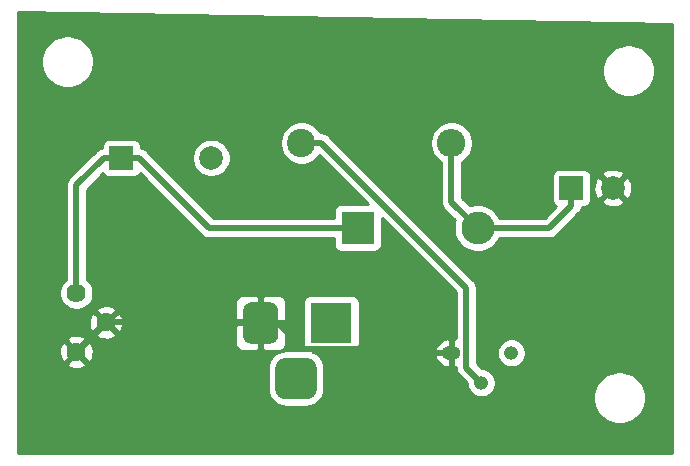
<source format=gbr>
G04 #@! TF.GenerationSoftware,KiCad,Pcbnew,(5.1.5)-3*
G04 #@! TF.CreationDate,2020-02-12T17:51:35+05:30*
G04 #@! TF.ProjectId,copy_UT,636f7079-5f55-4542-9e6b-696361645f70,rev?*
G04 #@! TF.SameCoordinates,Original*
G04 #@! TF.FileFunction,Copper,L2,Bot*
G04 #@! TF.FilePolarity,Positive*
%FSLAX46Y46*%
G04 Gerber Fmt 4.6, Leading zero omitted, Abs format (unit mm)*
G04 Created by KiCad (PCBNEW (5.1.5)-3) date 2020-02-12 17:51:35*
%MOMM*%
%LPD*%
G04 APERTURE LIST*
%ADD10R,2.000000X2.000000*%
%ADD11C,2.000000*%
%ADD12R,2.800000X2.800000*%
%ADD13O,2.800000X2.800000*%
%ADD14R,3.500000X3.500000*%
%ADD15C,0.100000*%
%ADD16O,1.200000X1.200000*%
%ADD17O,1.600000X1.200000*%
%ADD18C,2.400000*%
%ADD19O,2.400000X2.400000*%
%ADD20C,1.620000*%
%ADD21C,0.500000*%
%ADD22C,0.254000*%
G04 APERTURE END LIST*
D10*
X92710000Y-76200000D03*
D11*
X100310000Y-76200000D03*
D10*
X130810000Y-78740000D03*
D11*
X134310000Y-78740000D03*
D12*
X112705001Y-82135001D03*
D13*
X122865001Y-82135001D03*
D14*
X110490000Y-90170000D03*
G04 #@! TA.AperFunction,ComponentPad*
D15*
G36*
X105313513Y-88423611D02*
G01*
X105386318Y-88434411D01*
X105457714Y-88452295D01*
X105527013Y-88477090D01*
X105593548Y-88508559D01*
X105656678Y-88546398D01*
X105715795Y-88590242D01*
X105770330Y-88639670D01*
X105819758Y-88694205D01*
X105863602Y-88753322D01*
X105901441Y-88816452D01*
X105932910Y-88882987D01*
X105957705Y-88952286D01*
X105975589Y-89023682D01*
X105986389Y-89096487D01*
X105990000Y-89170000D01*
X105990000Y-91170000D01*
X105986389Y-91243513D01*
X105975589Y-91316318D01*
X105957705Y-91387714D01*
X105932910Y-91457013D01*
X105901441Y-91523548D01*
X105863602Y-91586678D01*
X105819758Y-91645795D01*
X105770330Y-91700330D01*
X105715795Y-91749758D01*
X105656678Y-91793602D01*
X105593548Y-91831441D01*
X105527013Y-91862910D01*
X105457714Y-91887705D01*
X105386318Y-91905589D01*
X105313513Y-91916389D01*
X105240000Y-91920000D01*
X103740000Y-91920000D01*
X103666487Y-91916389D01*
X103593682Y-91905589D01*
X103522286Y-91887705D01*
X103452987Y-91862910D01*
X103386452Y-91831441D01*
X103323322Y-91793602D01*
X103264205Y-91749758D01*
X103209670Y-91700330D01*
X103160242Y-91645795D01*
X103116398Y-91586678D01*
X103078559Y-91523548D01*
X103047090Y-91457013D01*
X103022295Y-91387714D01*
X103004411Y-91316318D01*
X102993611Y-91243513D01*
X102990000Y-91170000D01*
X102990000Y-89170000D01*
X102993611Y-89096487D01*
X103004411Y-89023682D01*
X103022295Y-88952286D01*
X103047090Y-88882987D01*
X103078559Y-88816452D01*
X103116398Y-88753322D01*
X103160242Y-88694205D01*
X103209670Y-88639670D01*
X103264205Y-88590242D01*
X103323322Y-88546398D01*
X103386452Y-88508559D01*
X103452987Y-88477090D01*
X103522286Y-88452295D01*
X103593682Y-88434411D01*
X103666487Y-88423611D01*
X103740000Y-88420000D01*
X105240000Y-88420000D01*
X105313513Y-88423611D01*
G37*
G04 #@! TD.AperFunction*
G04 #@! TA.AperFunction,ComponentPad*
G36*
X108450765Y-93124213D02*
G01*
X108535704Y-93136813D01*
X108618999Y-93157677D01*
X108699848Y-93186605D01*
X108777472Y-93223319D01*
X108851124Y-93267464D01*
X108920094Y-93318616D01*
X108983718Y-93376282D01*
X109041384Y-93439906D01*
X109092536Y-93508876D01*
X109136681Y-93582528D01*
X109173395Y-93660152D01*
X109202323Y-93741001D01*
X109223187Y-93824296D01*
X109235787Y-93909235D01*
X109240000Y-93995000D01*
X109240000Y-95745000D01*
X109235787Y-95830765D01*
X109223187Y-95915704D01*
X109202323Y-95998999D01*
X109173395Y-96079848D01*
X109136681Y-96157472D01*
X109092536Y-96231124D01*
X109041384Y-96300094D01*
X108983718Y-96363718D01*
X108920094Y-96421384D01*
X108851124Y-96472536D01*
X108777472Y-96516681D01*
X108699848Y-96553395D01*
X108618999Y-96582323D01*
X108535704Y-96603187D01*
X108450765Y-96615787D01*
X108365000Y-96620000D01*
X106615000Y-96620000D01*
X106529235Y-96615787D01*
X106444296Y-96603187D01*
X106361001Y-96582323D01*
X106280152Y-96553395D01*
X106202528Y-96516681D01*
X106128876Y-96472536D01*
X106059906Y-96421384D01*
X105996282Y-96363718D01*
X105938616Y-96300094D01*
X105887464Y-96231124D01*
X105843319Y-96157472D01*
X105806605Y-96079848D01*
X105777677Y-95998999D01*
X105756813Y-95915704D01*
X105744213Y-95830765D01*
X105740000Y-95745000D01*
X105740000Y-93995000D01*
X105744213Y-93909235D01*
X105756813Y-93824296D01*
X105777677Y-93741001D01*
X105806605Y-93660152D01*
X105843319Y-93582528D01*
X105887464Y-93508876D01*
X105938616Y-93439906D01*
X105996282Y-93376282D01*
X106059906Y-93318616D01*
X106128876Y-93267464D01*
X106202528Y-93223319D01*
X106280152Y-93186605D01*
X106361001Y-93157677D01*
X106444296Y-93136813D01*
X106529235Y-93124213D01*
X106615000Y-93120000D01*
X108365000Y-93120000D01*
X108450765Y-93124213D01*
G37*
G04 #@! TD.AperFunction*
D16*
X125730000Y-92710000D03*
X123190000Y-95250000D03*
D17*
X120650000Y-92710000D03*
D18*
X107950000Y-74930000D03*
D19*
X120650000Y-74930000D03*
D20*
X88900000Y-92630000D03*
X91400000Y-90130000D03*
X88900000Y-87630000D03*
D21*
X88900000Y-78510000D02*
X91210000Y-76200000D01*
X91210000Y-76200000D02*
X92710000Y-76200000D01*
X88900000Y-87630000D02*
X88900000Y-78510000D01*
X100145001Y-82135001D02*
X110805001Y-82135001D01*
X110805001Y-82135001D02*
X112705001Y-82135001D01*
X94210000Y-76200000D02*
X100145001Y-82135001D01*
X92710000Y-76200000D02*
X94210000Y-76200000D01*
X120650000Y-79920000D02*
X120650000Y-74930000D01*
X122865001Y-82135001D02*
X120650000Y-79920000D01*
X130810000Y-80240000D02*
X130810000Y-78740000D01*
X128914999Y-82135001D02*
X130810000Y-80240000D01*
X122865001Y-82135001D02*
X128914999Y-82135001D01*
X88900000Y-92630000D02*
X91400000Y-90130000D01*
X104450000Y-90130000D02*
X104490000Y-90170000D01*
X91400000Y-90130000D02*
X104450000Y-90130000D01*
X119350000Y-92710000D02*
X120650000Y-92710000D01*
X119010001Y-92370001D02*
X119350000Y-92710000D01*
X108190001Y-92370001D02*
X119010001Y-92370001D01*
X105990000Y-90170000D02*
X108190001Y-92370001D01*
X104490000Y-90170000D02*
X105990000Y-90170000D01*
X121900010Y-87182954D02*
X109647056Y-74930000D01*
X109647056Y-74930000D02*
X107950000Y-74930000D01*
X123190000Y-95250000D02*
X121900010Y-93960010D01*
X121900010Y-93960010D02*
X121900010Y-87182954D01*
D22*
G36*
X139319000Y-64894702D02*
G01*
X139319000Y-101219000D01*
X83947000Y-101219000D01*
X83947000Y-93629843D01*
X88079762Y-93629843D01*
X88152556Y-93874832D01*
X88409773Y-93996733D01*
X88685829Y-94066110D01*
X88970115Y-94080298D01*
X89251706Y-94038752D01*
X89374285Y-93995000D01*
X105101928Y-93995000D01*
X105101928Y-95745000D01*
X105131001Y-96040186D01*
X105217104Y-96324028D01*
X105356927Y-96585618D01*
X105545097Y-96814903D01*
X105774382Y-97003073D01*
X106035972Y-97142896D01*
X106319814Y-97228999D01*
X106615000Y-97258072D01*
X108365000Y-97258072D01*
X108660186Y-97228999D01*
X108944028Y-97142896D01*
X109205618Y-97003073D01*
X109434903Y-96814903D01*
X109623073Y-96585618D01*
X109762896Y-96324028D01*
X109848999Y-96040186D01*
X109878072Y-95745000D01*
X109878072Y-93995000D01*
X109848999Y-93699814D01*
X109762896Y-93415972D01*
X109623073Y-93154382D01*
X109519033Y-93027609D01*
X119256538Y-93027609D01*
X119262523Y-93070162D01*
X119355604Y-93294907D01*
X119490742Y-93497174D01*
X119662744Y-93669191D01*
X119865000Y-93804346D01*
X120089737Y-93897446D01*
X120328319Y-93944913D01*
X120523000Y-93789994D01*
X120523000Y-92837000D01*
X119381269Y-92837000D01*
X119256538Y-93027609D01*
X109519033Y-93027609D01*
X109434903Y-92925097D01*
X109205618Y-92736927D01*
X108944028Y-92597104D01*
X108815357Y-92558072D01*
X112240000Y-92558072D01*
X112364482Y-92545812D01*
X112484180Y-92509502D01*
X112594494Y-92450537D01*
X112665345Y-92392391D01*
X119256538Y-92392391D01*
X119381269Y-92583000D01*
X120523000Y-92583000D01*
X120523000Y-91630006D01*
X120328319Y-91475087D01*
X120089737Y-91522554D01*
X119865000Y-91615654D01*
X119662744Y-91750809D01*
X119490742Y-91922826D01*
X119355604Y-92125093D01*
X119262523Y-92349838D01*
X119256538Y-92392391D01*
X112665345Y-92392391D01*
X112691185Y-92371185D01*
X112770537Y-92274494D01*
X112829502Y-92164180D01*
X112865812Y-92044482D01*
X112878072Y-91920000D01*
X112878072Y-88420000D01*
X112865812Y-88295518D01*
X112829502Y-88175820D01*
X112770537Y-88065506D01*
X112691185Y-87968815D01*
X112594494Y-87889463D01*
X112484180Y-87830498D01*
X112364482Y-87794188D01*
X112240000Y-87781928D01*
X108740000Y-87781928D01*
X108615518Y-87794188D01*
X108495820Y-87830498D01*
X108385506Y-87889463D01*
X108288815Y-87968815D01*
X108209463Y-88065506D01*
X108150498Y-88175820D01*
X108114188Y-88295518D01*
X108101928Y-88420000D01*
X108101928Y-91920000D01*
X108114188Y-92044482D01*
X108150498Y-92164180D01*
X108209463Y-92274494D01*
X108288815Y-92371185D01*
X108385506Y-92450537D01*
X108462131Y-92491494D01*
X108365000Y-92481928D01*
X106615000Y-92481928D01*
X106319814Y-92511001D01*
X106035972Y-92597104D01*
X105774382Y-92736927D01*
X105545097Y-92925097D01*
X105356927Y-93154382D01*
X105217104Y-93415972D01*
X105131001Y-93699814D01*
X105101928Y-93995000D01*
X89374285Y-93995000D01*
X89519783Y-93943068D01*
X89647444Y-93874832D01*
X89720238Y-93629843D01*
X88900000Y-92809605D01*
X88079762Y-93629843D01*
X83947000Y-93629843D01*
X83947000Y-92700115D01*
X87449702Y-92700115D01*
X87491248Y-92981706D01*
X87586932Y-93249783D01*
X87655168Y-93377444D01*
X87900157Y-93450238D01*
X88720395Y-92630000D01*
X89079605Y-92630000D01*
X89899843Y-93450238D01*
X90144832Y-93377444D01*
X90266733Y-93120227D01*
X90336110Y-92844171D01*
X90350298Y-92559885D01*
X90308752Y-92278294D01*
X90213068Y-92010217D01*
X90164847Y-91920000D01*
X102351928Y-91920000D01*
X102364188Y-92044482D01*
X102400498Y-92164180D01*
X102459463Y-92274494D01*
X102538815Y-92371185D01*
X102635506Y-92450537D01*
X102745820Y-92509502D01*
X102865518Y-92545812D01*
X102990000Y-92558072D01*
X104204250Y-92555000D01*
X104363000Y-92396250D01*
X104363000Y-90297000D01*
X104617000Y-90297000D01*
X104617000Y-92396250D01*
X104775750Y-92555000D01*
X105990000Y-92558072D01*
X106114482Y-92545812D01*
X106234180Y-92509502D01*
X106344494Y-92450537D01*
X106441185Y-92371185D01*
X106520537Y-92274494D01*
X106579502Y-92164180D01*
X106615812Y-92044482D01*
X106628072Y-91920000D01*
X106625000Y-90455750D01*
X106466250Y-90297000D01*
X104617000Y-90297000D01*
X104363000Y-90297000D01*
X102513750Y-90297000D01*
X102355000Y-90455750D01*
X102351928Y-91920000D01*
X90164847Y-91920000D01*
X90144832Y-91882556D01*
X89899843Y-91809762D01*
X89079605Y-92630000D01*
X88720395Y-92630000D01*
X87900157Y-91809762D01*
X87655168Y-91882556D01*
X87533267Y-92139773D01*
X87463890Y-92415829D01*
X87449702Y-92700115D01*
X83947000Y-92700115D01*
X83947000Y-91630157D01*
X88079762Y-91630157D01*
X88900000Y-92450395D01*
X89720238Y-91630157D01*
X89647444Y-91385168D01*
X89390227Y-91263267D01*
X89114171Y-91193890D01*
X88829885Y-91179702D01*
X88548294Y-91221248D01*
X88280217Y-91316932D01*
X88152556Y-91385168D01*
X88079762Y-91630157D01*
X83947000Y-91630157D01*
X83947000Y-91129843D01*
X90579762Y-91129843D01*
X90652556Y-91374832D01*
X90909773Y-91496733D01*
X91185829Y-91566110D01*
X91470115Y-91580298D01*
X91751706Y-91538752D01*
X92019783Y-91443068D01*
X92147444Y-91374832D01*
X92220238Y-91129843D01*
X91400000Y-90309605D01*
X90579762Y-91129843D01*
X83947000Y-91129843D01*
X83947000Y-90200115D01*
X89949702Y-90200115D01*
X89991248Y-90481706D01*
X90086932Y-90749783D01*
X90155168Y-90877444D01*
X90400157Y-90950238D01*
X91220395Y-90130000D01*
X91579605Y-90130000D01*
X92399843Y-90950238D01*
X92644832Y-90877444D01*
X92766733Y-90620227D01*
X92836110Y-90344171D01*
X92850298Y-90059885D01*
X92808752Y-89778294D01*
X92713068Y-89510217D01*
X92644832Y-89382556D01*
X92399843Y-89309762D01*
X91579605Y-90130000D01*
X91220395Y-90130000D01*
X90400157Y-89309762D01*
X90155168Y-89382556D01*
X90033267Y-89639773D01*
X89963890Y-89915829D01*
X89949702Y-90200115D01*
X83947000Y-90200115D01*
X83947000Y-89130157D01*
X90579762Y-89130157D01*
X91400000Y-89950395D01*
X92220238Y-89130157D01*
X92147444Y-88885168D01*
X91890227Y-88763267D01*
X91614171Y-88693890D01*
X91329885Y-88679702D01*
X91048294Y-88721248D01*
X90780217Y-88816932D01*
X90652556Y-88885168D01*
X90579762Y-89130157D01*
X83947000Y-89130157D01*
X83947000Y-87487680D01*
X87455000Y-87487680D01*
X87455000Y-87772320D01*
X87510530Y-88051491D01*
X87619457Y-88314464D01*
X87777595Y-88551134D01*
X87978866Y-88752405D01*
X88215536Y-88910543D01*
X88478509Y-89019470D01*
X88757680Y-89075000D01*
X89042320Y-89075000D01*
X89321491Y-89019470D01*
X89584464Y-88910543D01*
X89821134Y-88752405D01*
X90022405Y-88551134D01*
X90110026Y-88420000D01*
X102351928Y-88420000D01*
X102355000Y-89884250D01*
X102513750Y-90043000D01*
X104363000Y-90043000D01*
X104363000Y-87943750D01*
X104617000Y-87943750D01*
X104617000Y-90043000D01*
X106466250Y-90043000D01*
X106625000Y-89884250D01*
X106628072Y-88420000D01*
X106615812Y-88295518D01*
X106579502Y-88175820D01*
X106520537Y-88065506D01*
X106441185Y-87968815D01*
X106344494Y-87889463D01*
X106234180Y-87830498D01*
X106114482Y-87794188D01*
X105990000Y-87781928D01*
X104775750Y-87785000D01*
X104617000Y-87943750D01*
X104363000Y-87943750D01*
X104204250Y-87785000D01*
X102990000Y-87781928D01*
X102865518Y-87794188D01*
X102745820Y-87830498D01*
X102635506Y-87889463D01*
X102538815Y-87968815D01*
X102459463Y-88065506D01*
X102400498Y-88175820D01*
X102364188Y-88295518D01*
X102351928Y-88420000D01*
X90110026Y-88420000D01*
X90180543Y-88314464D01*
X90289470Y-88051491D01*
X90345000Y-87772320D01*
X90345000Y-87487680D01*
X90289470Y-87208509D01*
X90180543Y-86945536D01*
X90022405Y-86708866D01*
X89821134Y-86507595D01*
X89785000Y-86483451D01*
X89785000Y-78876578D01*
X91154251Y-77507327D01*
X91179463Y-77554494D01*
X91258815Y-77651185D01*
X91355506Y-77730537D01*
X91465820Y-77789502D01*
X91585518Y-77825812D01*
X91710000Y-77838072D01*
X93710000Y-77838072D01*
X93834482Y-77825812D01*
X93954180Y-77789502D01*
X94064494Y-77730537D01*
X94161185Y-77651185D01*
X94240537Y-77554494D01*
X94265749Y-77507327D01*
X99488471Y-82730050D01*
X99516184Y-82763818D01*
X99549952Y-82791531D01*
X99549954Y-82791533D01*
X99650941Y-82874411D01*
X99650942Y-82874412D01*
X99804688Y-82956590D01*
X99971511Y-83007196D01*
X100101524Y-83020001D01*
X100101532Y-83020001D01*
X100145001Y-83024282D01*
X100188470Y-83020001D01*
X110666929Y-83020001D01*
X110666929Y-83535001D01*
X110679189Y-83659483D01*
X110715499Y-83779181D01*
X110774464Y-83889495D01*
X110853816Y-83986186D01*
X110950507Y-84065538D01*
X111060821Y-84124503D01*
X111180519Y-84160813D01*
X111305001Y-84173073D01*
X114105001Y-84173073D01*
X114229483Y-84160813D01*
X114349181Y-84124503D01*
X114459495Y-84065538D01*
X114556186Y-83986186D01*
X114635538Y-83889495D01*
X114694503Y-83779181D01*
X114730813Y-83659483D01*
X114743073Y-83535001D01*
X114743073Y-81277595D01*
X121015011Y-87549534D01*
X121015010Y-91483708D01*
X120971681Y-91475087D01*
X120777000Y-91630006D01*
X120777000Y-92583000D01*
X120797000Y-92583000D01*
X120797000Y-92837000D01*
X120777000Y-92837000D01*
X120777000Y-93789994D01*
X120971681Y-93944913D01*
X121013026Y-93936687D01*
X121010729Y-93960010D01*
X121015010Y-94003479D01*
X121015010Y-94003486D01*
X121027815Y-94133499D01*
X121078421Y-94300322D01*
X121160599Y-94454068D01*
X121271193Y-94588827D01*
X121304966Y-94616544D01*
X121955000Y-95266579D01*
X121955000Y-95371637D01*
X122002460Y-95610236D01*
X122095557Y-95834992D01*
X122230713Y-96037267D01*
X122402733Y-96209287D01*
X122605008Y-96344443D01*
X122829764Y-96437540D01*
X123068363Y-96485000D01*
X123311637Y-96485000D01*
X123550236Y-96437540D01*
X123774992Y-96344443D01*
X123841697Y-96299872D01*
X132639000Y-96299872D01*
X132639000Y-96740128D01*
X132724890Y-97171925D01*
X132893369Y-97578669D01*
X133137962Y-97944729D01*
X133449271Y-98256038D01*
X133815331Y-98500631D01*
X134222075Y-98669110D01*
X134653872Y-98755000D01*
X135094128Y-98755000D01*
X135525925Y-98669110D01*
X135932669Y-98500631D01*
X136298729Y-98256038D01*
X136610038Y-97944729D01*
X136854631Y-97578669D01*
X137023110Y-97171925D01*
X137109000Y-96740128D01*
X137109000Y-96299872D01*
X137023110Y-95868075D01*
X136854631Y-95461331D01*
X136610038Y-95095271D01*
X136298729Y-94783962D01*
X135932669Y-94539369D01*
X135525925Y-94370890D01*
X135094128Y-94285000D01*
X134653872Y-94285000D01*
X134222075Y-94370890D01*
X133815331Y-94539369D01*
X133449271Y-94783962D01*
X133137962Y-95095271D01*
X132893369Y-95461331D01*
X132724890Y-95868075D01*
X132639000Y-96299872D01*
X123841697Y-96299872D01*
X123977267Y-96209287D01*
X124149287Y-96037267D01*
X124284443Y-95834992D01*
X124377540Y-95610236D01*
X124425000Y-95371637D01*
X124425000Y-95128363D01*
X124377540Y-94889764D01*
X124284443Y-94665008D01*
X124149287Y-94462733D01*
X123977267Y-94290713D01*
X123774992Y-94155557D01*
X123550236Y-94062460D01*
X123311637Y-94015000D01*
X123206579Y-94015000D01*
X122785010Y-93593432D01*
X122785010Y-92588363D01*
X124495000Y-92588363D01*
X124495000Y-92831637D01*
X124542460Y-93070236D01*
X124635557Y-93294992D01*
X124770713Y-93497267D01*
X124942733Y-93669287D01*
X125145008Y-93804443D01*
X125369764Y-93897540D01*
X125608363Y-93945000D01*
X125851637Y-93945000D01*
X126090236Y-93897540D01*
X126314992Y-93804443D01*
X126517267Y-93669287D01*
X126689287Y-93497267D01*
X126824443Y-93294992D01*
X126917540Y-93070236D01*
X126965000Y-92831637D01*
X126965000Y-92588363D01*
X126917540Y-92349764D01*
X126824443Y-92125008D01*
X126689287Y-91922733D01*
X126517267Y-91750713D01*
X126314992Y-91615557D01*
X126090236Y-91522460D01*
X125851637Y-91475000D01*
X125608363Y-91475000D01*
X125369764Y-91522460D01*
X125145008Y-91615557D01*
X124942733Y-91750713D01*
X124770713Y-91922733D01*
X124635557Y-92125008D01*
X124542460Y-92349764D01*
X124495000Y-92588363D01*
X122785010Y-92588363D01*
X122785010Y-87226423D01*
X122789291Y-87182954D01*
X122785010Y-87139485D01*
X122785010Y-87139477D01*
X122772205Y-87009464D01*
X122721599Y-86842641D01*
X122639421Y-86688895D01*
X122528827Y-86554137D01*
X122495059Y-86526424D01*
X110717903Y-74749268D01*
X118815000Y-74749268D01*
X118815000Y-75110732D01*
X118885518Y-75465250D01*
X119023844Y-75799199D01*
X119224662Y-76099744D01*
X119480256Y-76355338D01*
X119765001Y-76545599D01*
X119765000Y-79876531D01*
X119760719Y-79920000D01*
X119765000Y-79963469D01*
X119765000Y-79963476D01*
X119775148Y-80066511D01*
X119777805Y-80093490D01*
X119791858Y-80139814D01*
X119828411Y-80260312D01*
X119910589Y-80414058D01*
X120021183Y-80548817D01*
X120054956Y-80576534D01*
X120940901Y-81462479D01*
X120908205Y-81541414D01*
X120830001Y-81934571D01*
X120830001Y-82335431D01*
X120908205Y-82728588D01*
X121061608Y-83098935D01*
X121284314Y-83432238D01*
X121567764Y-83715688D01*
X121901067Y-83938394D01*
X122271414Y-84091797D01*
X122664571Y-84170001D01*
X123065431Y-84170001D01*
X123458588Y-84091797D01*
X123828935Y-83938394D01*
X124162238Y-83715688D01*
X124445688Y-83432238D01*
X124668394Y-83098935D01*
X124701090Y-83020001D01*
X128871530Y-83020001D01*
X128914999Y-83024282D01*
X128958468Y-83020001D01*
X128958476Y-83020001D01*
X129088489Y-83007196D01*
X129255312Y-82956590D01*
X129409058Y-82874412D01*
X129543816Y-82763818D01*
X129571533Y-82730045D01*
X131405050Y-80896529D01*
X131438817Y-80868817D01*
X131549411Y-80734059D01*
X131631589Y-80580313D01*
X131682195Y-80413490D01*
X131685683Y-80378072D01*
X131810000Y-80378072D01*
X131934482Y-80365812D01*
X132054180Y-80329502D01*
X132164494Y-80270537D01*
X132261185Y-80191185D01*
X132340537Y-80094494D01*
X132399502Y-79984180D01*
X132432496Y-79875413D01*
X133354192Y-79875413D01*
X133449956Y-80139814D01*
X133739571Y-80280704D01*
X134051108Y-80362384D01*
X134372595Y-80381718D01*
X134691675Y-80337961D01*
X134996088Y-80232795D01*
X135170044Y-80139814D01*
X135265808Y-79875413D01*
X134310000Y-78919605D01*
X133354192Y-79875413D01*
X132432496Y-79875413D01*
X132435812Y-79864482D01*
X132448072Y-79740000D01*
X132448072Y-78802595D01*
X132668282Y-78802595D01*
X132712039Y-79121675D01*
X132817205Y-79426088D01*
X132910186Y-79600044D01*
X133174587Y-79695808D01*
X134130395Y-78740000D01*
X134489605Y-78740000D01*
X135445413Y-79695808D01*
X135709814Y-79600044D01*
X135850704Y-79310429D01*
X135932384Y-78998892D01*
X135951718Y-78677405D01*
X135907961Y-78358325D01*
X135802795Y-78053912D01*
X135709814Y-77879956D01*
X135445413Y-77784192D01*
X134489605Y-78740000D01*
X134130395Y-78740000D01*
X133174587Y-77784192D01*
X132910186Y-77879956D01*
X132769296Y-78169571D01*
X132687616Y-78481108D01*
X132668282Y-78802595D01*
X132448072Y-78802595D01*
X132448072Y-77740000D01*
X132435812Y-77615518D01*
X132432497Y-77604587D01*
X133354192Y-77604587D01*
X134310000Y-78560395D01*
X135265808Y-77604587D01*
X135170044Y-77340186D01*
X134880429Y-77199296D01*
X134568892Y-77117616D01*
X134247405Y-77098282D01*
X133928325Y-77142039D01*
X133623912Y-77247205D01*
X133449956Y-77340186D01*
X133354192Y-77604587D01*
X132432497Y-77604587D01*
X132399502Y-77495820D01*
X132340537Y-77385506D01*
X132261185Y-77288815D01*
X132164494Y-77209463D01*
X132054180Y-77150498D01*
X131934482Y-77114188D01*
X131810000Y-77101928D01*
X129810000Y-77101928D01*
X129685518Y-77114188D01*
X129565820Y-77150498D01*
X129455506Y-77209463D01*
X129358815Y-77288815D01*
X129279463Y-77385506D01*
X129220498Y-77495820D01*
X129184188Y-77615518D01*
X129171928Y-77740000D01*
X129171928Y-79740000D01*
X129184188Y-79864482D01*
X129220498Y-79984180D01*
X129279463Y-80094494D01*
X129358815Y-80191185D01*
X129455506Y-80270537D01*
X129502673Y-80295749D01*
X128548421Y-81250001D01*
X124701090Y-81250001D01*
X124668394Y-81171067D01*
X124445688Y-80837764D01*
X124162238Y-80554314D01*
X123828935Y-80331608D01*
X123458588Y-80178205D01*
X123065431Y-80100001D01*
X122664571Y-80100001D01*
X122271414Y-80178205D01*
X122192479Y-80210901D01*
X121535000Y-79553422D01*
X121535000Y-76545598D01*
X121819744Y-76355338D01*
X122075338Y-76099744D01*
X122276156Y-75799199D01*
X122414482Y-75465250D01*
X122485000Y-75110732D01*
X122485000Y-74749268D01*
X122414482Y-74394750D01*
X122276156Y-74060801D01*
X122075338Y-73760256D01*
X121819744Y-73504662D01*
X121519199Y-73303844D01*
X121185250Y-73165518D01*
X120830732Y-73095000D01*
X120469268Y-73095000D01*
X120114750Y-73165518D01*
X119780801Y-73303844D01*
X119480256Y-73504662D01*
X119224662Y-73760256D01*
X119023844Y-74060801D01*
X118885518Y-74394750D01*
X118815000Y-74749268D01*
X110717903Y-74749268D01*
X110303590Y-74334956D01*
X110275873Y-74301183D01*
X110141115Y-74190589D01*
X109987369Y-74108411D01*
X109820546Y-74057805D01*
X109690533Y-74045000D01*
X109690525Y-74045000D01*
X109647056Y-74040719D01*
X109603587Y-74045000D01*
X109565598Y-74045000D01*
X109375338Y-73760256D01*
X109119744Y-73504662D01*
X108819199Y-73303844D01*
X108485250Y-73165518D01*
X108130732Y-73095000D01*
X107769268Y-73095000D01*
X107414750Y-73165518D01*
X107080801Y-73303844D01*
X106780256Y-73504662D01*
X106524662Y-73760256D01*
X106323844Y-74060801D01*
X106185518Y-74394750D01*
X106115000Y-74749268D01*
X106115000Y-75110732D01*
X106185518Y-75465250D01*
X106323844Y-75799199D01*
X106524662Y-76099744D01*
X106780256Y-76355338D01*
X107080801Y-76556156D01*
X107414750Y-76694482D01*
X107769268Y-76765000D01*
X108130732Y-76765000D01*
X108485250Y-76694482D01*
X108819199Y-76556156D01*
X109119744Y-76355338D01*
X109375338Y-76099744D01*
X109451395Y-75985917D01*
X113562407Y-80096929D01*
X111305001Y-80096929D01*
X111180519Y-80109189D01*
X111060821Y-80145499D01*
X110950507Y-80204464D01*
X110853816Y-80283816D01*
X110774464Y-80380507D01*
X110715499Y-80490821D01*
X110679189Y-80610519D01*
X110666929Y-80735001D01*
X110666929Y-81250001D01*
X100511580Y-81250001D01*
X95300546Y-76038967D01*
X98675000Y-76038967D01*
X98675000Y-76361033D01*
X98737832Y-76676912D01*
X98861082Y-76974463D01*
X99040013Y-77242252D01*
X99267748Y-77469987D01*
X99535537Y-77648918D01*
X99833088Y-77772168D01*
X100148967Y-77835000D01*
X100471033Y-77835000D01*
X100786912Y-77772168D01*
X101084463Y-77648918D01*
X101352252Y-77469987D01*
X101579987Y-77242252D01*
X101758918Y-76974463D01*
X101882168Y-76676912D01*
X101945000Y-76361033D01*
X101945000Y-76038967D01*
X101882168Y-75723088D01*
X101758918Y-75425537D01*
X101579987Y-75157748D01*
X101352252Y-74930013D01*
X101084463Y-74751082D01*
X100786912Y-74627832D01*
X100471033Y-74565000D01*
X100148967Y-74565000D01*
X99833088Y-74627832D01*
X99535537Y-74751082D01*
X99267748Y-74930013D01*
X99040013Y-75157748D01*
X98861082Y-75425537D01*
X98737832Y-75723088D01*
X98675000Y-76038967D01*
X95300546Y-76038967D01*
X94866534Y-75604956D01*
X94838817Y-75571183D01*
X94704059Y-75460589D01*
X94550313Y-75378411D01*
X94383490Y-75327805D01*
X94348072Y-75324317D01*
X94348072Y-75200000D01*
X94335812Y-75075518D01*
X94299502Y-74955820D01*
X94240537Y-74845506D01*
X94161185Y-74748815D01*
X94064494Y-74669463D01*
X93954180Y-74610498D01*
X93834482Y-74574188D01*
X93710000Y-74561928D01*
X91710000Y-74561928D01*
X91585518Y-74574188D01*
X91465820Y-74610498D01*
X91355506Y-74669463D01*
X91258815Y-74748815D01*
X91179463Y-74845506D01*
X91120498Y-74955820D01*
X91084188Y-75075518D01*
X91071928Y-75200000D01*
X91071928Y-75324317D01*
X91036510Y-75327805D01*
X90869687Y-75378411D01*
X90715941Y-75460589D01*
X90715939Y-75460590D01*
X90715940Y-75460590D01*
X90614953Y-75543468D01*
X90614951Y-75543470D01*
X90581183Y-75571183D01*
X90553470Y-75604951D01*
X88304951Y-77853471D01*
X88271184Y-77881183D01*
X88243471Y-77914951D01*
X88243468Y-77914954D01*
X88160590Y-78015941D01*
X88078412Y-78169687D01*
X88027805Y-78336510D01*
X88010719Y-78510000D01*
X88015001Y-78553479D01*
X88015000Y-86483451D01*
X87978866Y-86507595D01*
X87777595Y-86708866D01*
X87619457Y-86945536D01*
X87510530Y-87208509D01*
X87455000Y-87487680D01*
X83947000Y-87487680D01*
X83947000Y-67851872D01*
X85903000Y-67851872D01*
X85903000Y-68292128D01*
X85988890Y-68723925D01*
X86157369Y-69130669D01*
X86401962Y-69496729D01*
X86713271Y-69808038D01*
X87079331Y-70052631D01*
X87486075Y-70221110D01*
X87917872Y-70307000D01*
X88358128Y-70307000D01*
X88789925Y-70221110D01*
X89196669Y-70052631D01*
X89562729Y-69808038D01*
X89874038Y-69496729D01*
X90118631Y-69130669D01*
X90287110Y-68723925D01*
X90309000Y-68613872D01*
X133401000Y-68613872D01*
X133401000Y-69054128D01*
X133486890Y-69485925D01*
X133655369Y-69892669D01*
X133899962Y-70258729D01*
X134211271Y-70570038D01*
X134577331Y-70814631D01*
X134984075Y-70983110D01*
X135415872Y-71069000D01*
X135856128Y-71069000D01*
X136287925Y-70983110D01*
X136694669Y-70814631D01*
X137060729Y-70570038D01*
X137372038Y-70258729D01*
X137616631Y-69892669D01*
X137785110Y-69485925D01*
X137871000Y-69054128D01*
X137871000Y-68613872D01*
X137785110Y-68182075D01*
X137616631Y-67775331D01*
X137372038Y-67409271D01*
X137060729Y-67097962D01*
X136694669Y-66853369D01*
X136287925Y-66684890D01*
X135856128Y-66599000D01*
X135415872Y-66599000D01*
X134984075Y-66684890D01*
X134577331Y-66853369D01*
X134211271Y-67097962D01*
X133899962Y-67409271D01*
X133655369Y-67775331D01*
X133486890Y-68182075D01*
X133401000Y-68613872D01*
X90309000Y-68613872D01*
X90373000Y-68292128D01*
X90373000Y-67851872D01*
X90287110Y-67420075D01*
X90118631Y-67013331D01*
X89874038Y-66647271D01*
X89562729Y-66335962D01*
X89196669Y-66091369D01*
X88789925Y-65922890D01*
X88358128Y-65837000D01*
X87917872Y-65837000D01*
X87486075Y-65922890D01*
X87079331Y-66091369D01*
X86713271Y-66335962D01*
X86401962Y-66647271D01*
X86157369Y-67013331D01*
X85988890Y-67420075D01*
X85903000Y-67851872D01*
X83947000Y-67851872D01*
X83947000Y-63883341D01*
X139319000Y-64894702D01*
G37*
X139319000Y-64894702D02*
X139319000Y-101219000D01*
X83947000Y-101219000D01*
X83947000Y-93629843D01*
X88079762Y-93629843D01*
X88152556Y-93874832D01*
X88409773Y-93996733D01*
X88685829Y-94066110D01*
X88970115Y-94080298D01*
X89251706Y-94038752D01*
X89374285Y-93995000D01*
X105101928Y-93995000D01*
X105101928Y-95745000D01*
X105131001Y-96040186D01*
X105217104Y-96324028D01*
X105356927Y-96585618D01*
X105545097Y-96814903D01*
X105774382Y-97003073D01*
X106035972Y-97142896D01*
X106319814Y-97228999D01*
X106615000Y-97258072D01*
X108365000Y-97258072D01*
X108660186Y-97228999D01*
X108944028Y-97142896D01*
X109205618Y-97003073D01*
X109434903Y-96814903D01*
X109623073Y-96585618D01*
X109762896Y-96324028D01*
X109848999Y-96040186D01*
X109878072Y-95745000D01*
X109878072Y-93995000D01*
X109848999Y-93699814D01*
X109762896Y-93415972D01*
X109623073Y-93154382D01*
X109519033Y-93027609D01*
X119256538Y-93027609D01*
X119262523Y-93070162D01*
X119355604Y-93294907D01*
X119490742Y-93497174D01*
X119662744Y-93669191D01*
X119865000Y-93804346D01*
X120089737Y-93897446D01*
X120328319Y-93944913D01*
X120523000Y-93789994D01*
X120523000Y-92837000D01*
X119381269Y-92837000D01*
X119256538Y-93027609D01*
X109519033Y-93027609D01*
X109434903Y-92925097D01*
X109205618Y-92736927D01*
X108944028Y-92597104D01*
X108815357Y-92558072D01*
X112240000Y-92558072D01*
X112364482Y-92545812D01*
X112484180Y-92509502D01*
X112594494Y-92450537D01*
X112665345Y-92392391D01*
X119256538Y-92392391D01*
X119381269Y-92583000D01*
X120523000Y-92583000D01*
X120523000Y-91630006D01*
X120328319Y-91475087D01*
X120089737Y-91522554D01*
X119865000Y-91615654D01*
X119662744Y-91750809D01*
X119490742Y-91922826D01*
X119355604Y-92125093D01*
X119262523Y-92349838D01*
X119256538Y-92392391D01*
X112665345Y-92392391D01*
X112691185Y-92371185D01*
X112770537Y-92274494D01*
X112829502Y-92164180D01*
X112865812Y-92044482D01*
X112878072Y-91920000D01*
X112878072Y-88420000D01*
X112865812Y-88295518D01*
X112829502Y-88175820D01*
X112770537Y-88065506D01*
X112691185Y-87968815D01*
X112594494Y-87889463D01*
X112484180Y-87830498D01*
X112364482Y-87794188D01*
X112240000Y-87781928D01*
X108740000Y-87781928D01*
X108615518Y-87794188D01*
X108495820Y-87830498D01*
X108385506Y-87889463D01*
X108288815Y-87968815D01*
X108209463Y-88065506D01*
X108150498Y-88175820D01*
X108114188Y-88295518D01*
X108101928Y-88420000D01*
X108101928Y-91920000D01*
X108114188Y-92044482D01*
X108150498Y-92164180D01*
X108209463Y-92274494D01*
X108288815Y-92371185D01*
X108385506Y-92450537D01*
X108462131Y-92491494D01*
X108365000Y-92481928D01*
X106615000Y-92481928D01*
X106319814Y-92511001D01*
X106035972Y-92597104D01*
X105774382Y-92736927D01*
X105545097Y-92925097D01*
X105356927Y-93154382D01*
X105217104Y-93415972D01*
X105131001Y-93699814D01*
X105101928Y-93995000D01*
X89374285Y-93995000D01*
X89519783Y-93943068D01*
X89647444Y-93874832D01*
X89720238Y-93629843D01*
X88900000Y-92809605D01*
X88079762Y-93629843D01*
X83947000Y-93629843D01*
X83947000Y-92700115D01*
X87449702Y-92700115D01*
X87491248Y-92981706D01*
X87586932Y-93249783D01*
X87655168Y-93377444D01*
X87900157Y-93450238D01*
X88720395Y-92630000D01*
X89079605Y-92630000D01*
X89899843Y-93450238D01*
X90144832Y-93377444D01*
X90266733Y-93120227D01*
X90336110Y-92844171D01*
X90350298Y-92559885D01*
X90308752Y-92278294D01*
X90213068Y-92010217D01*
X90164847Y-91920000D01*
X102351928Y-91920000D01*
X102364188Y-92044482D01*
X102400498Y-92164180D01*
X102459463Y-92274494D01*
X102538815Y-92371185D01*
X102635506Y-92450537D01*
X102745820Y-92509502D01*
X102865518Y-92545812D01*
X102990000Y-92558072D01*
X104204250Y-92555000D01*
X104363000Y-92396250D01*
X104363000Y-90297000D01*
X104617000Y-90297000D01*
X104617000Y-92396250D01*
X104775750Y-92555000D01*
X105990000Y-92558072D01*
X106114482Y-92545812D01*
X106234180Y-92509502D01*
X106344494Y-92450537D01*
X106441185Y-92371185D01*
X106520537Y-92274494D01*
X106579502Y-92164180D01*
X106615812Y-92044482D01*
X106628072Y-91920000D01*
X106625000Y-90455750D01*
X106466250Y-90297000D01*
X104617000Y-90297000D01*
X104363000Y-90297000D01*
X102513750Y-90297000D01*
X102355000Y-90455750D01*
X102351928Y-91920000D01*
X90164847Y-91920000D01*
X90144832Y-91882556D01*
X89899843Y-91809762D01*
X89079605Y-92630000D01*
X88720395Y-92630000D01*
X87900157Y-91809762D01*
X87655168Y-91882556D01*
X87533267Y-92139773D01*
X87463890Y-92415829D01*
X87449702Y-92700115D01*
X83947000Y-92700115D01*
X83947000Y-91630157D01*
X88079762Y-91630157D01*
X88900000Y-92450395D01*
X89720238Y-91630157D01*
X89647444Y-91385168D01*
X89390227Y-91263267D01*
X89114171Y-91193890D01*
X88829885Y-91179702D01*
X88548294Y-91221248D01*
X88280217Y-91316932D01*
X88152556Y-91385168D01*
X88079762Y-91630157D01*
X83947000Y-91630157D01*
X83947000Y-91129843D01*
X90579762Y-91129843D01*
X90652556Y-91374832D01*
X90909773Y-91496733D01*
X91185829Y-91566110D01*
X91470115Y-91580298D01*
X91751706Y-91538752D01*
X92019783Y-91443068D01*
X92147444Y-91374832D01*
X92220238Y-91129843D01*
X91400000Y-90309605D01*
X90579762Y-91129843D01*
X83947000Y-91129843D01*
X83947000Y-90200115D01*
X89949702Y-90200115D01*
X89991248Y-90481706D01*
X90086932Y-90749783D01*
X90155168Y-90877444D01*
X90400157Y-90950238D01*
X91220395Y-90130000D01*
X91579605Y-90130000D01*
X92399843Y-90950238D01*
X92644832Y-90877444D01*
X92766733Y-90620227D01*
X92836110Y-90344171D01*
X92850298Y-90059885D01*
X92808752Y-89778294D01*
X92713068Y-89510217D01*
X92644832Y-89382556D01*
X92399843Y-89309762D01*
X91579605Y-90130000D01*
X91220395Y-90130000D01*
X90400157Y-89309762D01*
X90155168Y-89382556D01*
X90033267Y-89639773D01*
X89963890Y-89915829D01*
X89949702Y-90200115D01*
X83947000Y-90200115D01*
X83947000Y-89130157D01*
X90579762Y-89130157D01*
X91400000Y-89950395D01*
X92220238Y-89130157D01*
X92147444Y-88885168D01*
X91890227Y-88763267D01*
X91614171Y-88693890D01*
X91329885Y-88679702D01*
X91048294Y-88721248D01*
X90780217Y-88816932D01*
X90652556Y-88885168D01*
X90579762Y-89130157D01*
X83947000Y-89130157D01*
X83947000Y-87487680D01*
X87455000Y-87487680D01*
X87455000Y-87772320D01*
X87510530Y-88051491D01*
X87619457Y-88314464D01*
X87777595Y-88551134D01*
X87978866Y-88752405D01*
X88215536Y-88910543D01*
X88478509Y-89019470D01*
X88757680Y-89075000D01*
X89042320Y-89075000D01*
X89321491Y-89019470D01*
X89584464Y-88910543D01*
X89821134Y-88752405D01*
X90022405Y-88551134D01*
X90110026Y-88420000D01*
X102351928Y-88420000D01*
X102355000Y-89884250D01*
X102513750Y-90043000D01*
X104363000Y-90043000D01*
X104363000Y-87943750D01*
X104617000Y-87943750D01*
X104617000Y-90043000D01*
X106466250Y-90043000D01*
X106625000Y-89884250D01*
X106628072Y-88420000D01*
X106615812Y-88295518D01*
X106579502Y-88175820D01*
X106520537Y-88065506D01*
X106441185Y-87968815D01*
X106344494Y-87889463D01*
X106234180Y-87830498D01*
X106114482Y-87794188D01*
X105990000Y-87781928D01*
X104775750Y-87785000D01*
X104617000Y-87943750D01*
X104363000Y-87943750D01*
X104204250Y-87785000D01*
X102990000Y-87781928D01*
X102865518Y-87794188D01*
X102745820Y-87830498D01*
X102635506Y-87889463D01*
X102538815Y-87968815D01*
X102459463Y-88065506D01*
X102400498Y-88175820D01*
X102364188Y-88295518D01*
X102351928Y-88420000D01*
X90110026Y-88420000D01*
X90180543Y-88314464D01*
X90289470Y-88051491D01*
X90345000Y-87772320D01*
X90345000Y-87487680D01*
X90289470Y-87208509D01*
X90180543Y-86945536D01*
X90022405Y-86708866D01*
X89821134Y-86507595D01*
X89785000Y-86483451D01*
X89785000Y-78876578D01*
X91154251Y-77507327D01*
X91179463Y-77554494D01*
X91258815Y-77651185D01*
X91355506Y-77730537D01*
X91465820Y-77789502D01*
X91585518Y-77825812D01*
X91710000Y-77838072D01*
X93710000Y-77838072D01*
X93834482Y-77825812D01*
X93954180Y-77789502D01*
X94064494Y-77730537D01*
X94161185Y-77651185D01*
X94240537Y-77554494D01*
X94265749Y-77507327D01*
X99488471Y-82730050D01*
X99516184Y-82763818D01*
X99549952Y-82791531D01*
X99549954Y-82791533D01*
X99650941Y-82874411D01*
X99650942Y-82874412D01*
X99804688Y-82956590D01*
X99971511Y-83007196D01*
X100101524Y-83020001D01*
X100101532Y-83020001D01*
X100145001Y-83024282D01*
X100188470Y-83020001D01*
X110666929Y-83020001D01*
X110666929Y-83535001D01*
X110679189Y-83659483D01*
X110715499Y-83779181D01*
X110774464Y-83889495D01*
X110853816Y-83986186D01*
X110950507Y-84065538D01*
X111060821Y-84124503D01*
X111180519Y-84160813D01*
X111305001Y-84173073D01*
X114105001Y-84173073D01*
X114229483Y-84160813D01*
X114349181Y-84124503D01*
X114459495Y-84065538D01*
X114556186Y-83986186D01*
X114635538Y-83889495D01*
X114694503Y-83779181D01*
X114730813Y-83659483D01*
X114743073Y-83535001D01*
X114743073Y-81277595D01*
X121015011Y-87549534D01*
X121015010Y-91483708D01*
X120971681Y-91475087D01*
X120777000Y-91630006D01*
X120777000Y-92583000D01*
X120797000Y-92583000D01*
X120797000Y-92837000D01*
X120777000Y-92837000D01*
X120777000Y-93789994D01*
X120971681Y-93944913D01*
X121013026Y-93936687D01*
X121010729Y-93960010D01*
X121015010Y-94003479D01*
X121015010Y-94003486D01*
X121027815Y-94133499D01*
X121078421Y-94300322D01*
X121160599Y-94454068D01*
X121271193Y-94588827D01*
X121304966Y-94616544D01*
X121955000Y-95266579D01*
X121955000Y-95371637D01*
X122002460Y-95610236D01*
X122095557Y-95834992D01*
X122230713Y-96037267D01*
X122402733Y-96209287D01*
X122605008Y-96344443D01*
X122829764Y-96437540D01*
X123068363Y-96485000D01*
X123311637Y-96485000D01*
X123550236Y-96437540D01*
X123774992Y-96344443D01*
X123841697Y-96299872D01*
X132639000Y-96299872D01*
X132639000Y-96740128D01*
X132724890Y-97171925D01*
X132893369Y-97578669D01*
X133137962Y-97944729D01*
X133449271Y-98256038D01*
X133815331Y-98500631D01*
X134222075Y-98669110D01*
X134653872Y-98755000D01*
X135094128Y-98755000D01*
X135525925Y-98669110D01*
X135932669Y-98500631D01*
X136298729Y-98256038D01*
X136610038Y-97944729D01*
X136854631Y-97578669D01*
X137023110Y-97171925D01*
X137109000Y-96740128D01*
X137109000Y-96299872D01*
X137023110Y-95868075D01*
X136854631Y-95461331D01*
X136610038Y-95095271D01*
X136298729Y-94783962D01*
X135932669Y-94539369D01*
X135525925Y-94370890D01*
X135094128Y-94285000D01*
X134653872Y-94285000D01*
X134222075Y-94370890D01*
X133815331Y-94539369D01*
X133449271Y-94783962D01*
X133137962Y-95095271D01*
X132893369Y-95461331D01*
X132724890Y-95868075D01*
X132639000Y-96299872D01*
X123841697Y-96299872D01*
X123977267Y-96209287D01*
X124149287Y-96037267D01*
X124284443Y-95834992D01*
X124377540Y-95610236D01*
X124425000Y-95371637D01*
X124425000Y-95128363D01*
X124377540Y-94889764D01*
X124284443Y-94665008D01*
X124149287Y-94462733D01*
X123977267Y-94290713D01*
X123774992Y-94155557D01*
X123550236Y-94062460D01*
X123311637Y-94015000D01*
X123206579Y-94015000D01*
X122785010Y-93593432D01*
X122785010Y-92588363D01*
X124495000Y-92588363D01*
X124495000Y-92831637D01*
X124542460Y-93070236D01*
X124635557Y-93294992D01*
X124770713Y-93497267D01*
X124942733Y-93669287D01*
X125145008Y-93804443D01*
X125369764Y-93897540D01*
X125608363Y-93945000D01*
X125851637Y-93945000D01*
X126090236Y-93897540D01*
X126314992Y-93804443D01*
X126517267Y-93669287D01*
X126689287Y-93497267D01*
X126824443Y-93294992D01*
X126917540Y-93070236D01*
X126965000Y-92831637D01*
X126965000Y-92588363D01*
X126917540Y-92349764D01*
X126824443Y-92125008D01*
X126689287Y-91922733D01*
X126517267Y-91750713D01*
X126314992Y-91615557D01*
X126090236Y-91522460D01*
X125851637Y-91475000D01*
X125608363Y-91475000D01*
X125369764Y-91522460D01*
X125145008Y-91615557D01*
X124942733Y-91750713D01*
X124770713Y-91922733D01*
X124635557Y-92125008D01*
X124542460Y-92349764D01*
X124495000Y-92588363D01*
X122785010Y-92588363D01*
X122785010Y-87226423D01*
X122789291Y-87182954D01*
X122785010Y-87139485D01*
X122785010Y-87139477D01*
X122772205Y-87009464D01*
X122721599Y-86842641D01*
X122639421Y-86688895D01*
X122528827Y-86554137D01*
X122495059Y-86526424D01*
X110717903Y-74749268D01*
X118815000Y-74749268D01*
X118815000Y-75110732D01*
X118885518Y-75465250D01*
X119023844Y-75799199D01*
X119224662Y-76099744D01*
X119480256Y-76355338D01*
X119765001Y-76545599D01*
X119765000Y-79876531D01*
X119760719Y-79920000D01*
X119765000Y-79963469D01*
X119765000Y-79963476D01*
X119775148Y-80066511D01*
X119777805Y-80093490D01*
X119791858Y-80139814D01*
X119828411Y-80260312D01*
X119910589Y-80414058D01*
X120021183Y-80548817D01*
X120054956Y-80576534D01*
X120940901Y-81462479D01*
X120908205Y-81541414D01*
X120830001Y-81934571D01*
X120830001Y-82335431D01*
X120908205Y-82728588D01*
X121061608Y-83098935D01*
X121284314Y-83432238D01*
X121567764Y-83715688D01*
X121901067Y-83938394D01*
X122271414Y-84091797D01*
X122664571Y-84170001D01*
X123065431Y-84170001D01*
X123458588Y-84091797D01*
X123828935Y-83938394D01*
X124162238Y-83715688D01*
X124445688Y-83432238D01*
X124668394Y-83098935D01*
X124701090Y-83020001D01*
X128871530Y-83020001D01*
X128914999Y-83024282D01*
X128958468Y-83020001D01*
X128958476Y-83020001D01*
X129088489Y-83007196D01*
X129255312Y-82956590D01*
X129409058Y-82874412D01*
X129543816Y-82763818D01*
X129571533Y-82730045D01*
X131405050Y-80896529D01*
X131438817Y-80868817D01*
X131549411Y-80734059D01*
X131631589Y-80580313D01*
X131682195Y-80413490D01*
X131685683Y-80378072D01*
X131810000Y-80378072D01*
X131934482Y-80365812D01*
X132054180Y-80329502D01*
X132164494Y-80270537D01*
X132261185Y-80191185D01*
X132340537Y-80094494D01*
X132399502Y-79984180D01*
X132432496Y-79875413D01*
X133354192Y-79875413D01*
X133449956Y-80139814D01*
X133739571Y-80280704D01*
X134051108Y-80362384D01*
X134372595Y-80381718D01*
X134691675Y-80337961D01*
X134996088Y-80232795D01*
X135170044Y-80139814D01*
X135265808Y-79875413D01*
X134310000Y-78919605D01*
X133354192Y-79875413D01*
X132432496Y-79875413D01*
X132435812Y-79864482D01*
X132448072Y-79740000D01*
X132448072Y-78802595D01*
X132668282Y-78802595D01*
X132712039Y-79121675D01*
X132817205Y-79426088D01*
X132910186Y-79600044D01*
X133174587Y-79695808D01*
X134130395Y-78740000D01*
X134489605Y-78740000D01*
X135445413Y-79695808D01*
X135709814Y-79600044D01*
X135850704Y-79310429D01*
X135932384Y-78998892D01*
X135951718Y-78677405D01*
X135907961Y-78358325D01*
X135802795Y-78053912D01*
X135709814Y-77879956D01*
X135445413Y-77784192D01*
X134489605Y-78740000D01*
X134130395Y-78740000D01*
X133174587Y-77784192D01*
X132910186Y-77879956D01*
X132769296Y-78169571D01*
X132687616Y-78481108D01*
X132668282Y-78802595D01*
X132448072Y-78802595D01*
X132448072Y-77740000D01*
X132435812Y-77615518D01*
X132432497Y-77604587D01*
X133354192Y-77604587D01*
X134310000Y-78560395D01*
X135265808Y-77604587D01*
X135170044Y-77340186D01*
X134880429Y-77199296D01*
X134568892Y-77117616D01*
X134247405Y-77098282D01*
X133928325Y-77142039D01*
X133623912Y-77247205D01*
X133449956Y-77340186D01*
X133354192Y-77604587D01*
X132432497Y-77604587D01*
X132399502Y-77495820D01*
X132340537Y-77385506D01*
X132261185Y-77288815D01*
X132164494Y-77209463D01*
X132054180Y-77150498D01*
X131934482Y-77114188D01*
X131810000Y-77101928D01*
X129810000Y-77101928D01*
X129685518Y-77114188D01*
X129565820Y-77150498D01*
X129455506Y-77209463D01*
X129358815Y-77288815D01*
X129279463Y-77385506D01*
X129220498Y-77495820D01*
X129184188Y-77615518D01*
X129171928Y-77740000D01*
X129171928Y-79740000D01*
X129184188Y-79864482D01*
X129220498Y-79984180D01*
X129279463Y-80094494D01*
X129358815Y-80191185D01*
X129455506Y-80270537D01*
X129502673Y-80295749D01*
X128548421Y-81250001D01*
X124701090Y-81250001D01*
X124668394Y-81171067D01*
X124445688Y-80837764D01*
X124162238Y-80554314D01*
X123828935Y-80331608D01*
X123458588Y-80178205D01*
X123065431Y-80100001D01*
X122664571Y-80100001D01*
X122271414Y-80178205D01*
X122192479Y-80210901D01*
X121535000Y-79553422D01*
X121535000Y-76545598D01*
X121819744Y-76355338D01*
X122075338Y-76099744D01*
X122276156Y-75799199D01*
X122414482Y-75465250D01*
X122485000Y-75110732D01*
X122485000Y-74749268D01*
X122414482Y-74394750D01*
X122276156Y-74060801D01*
X122075338Y-73760256D01*
X121819744Y-73504662D01*
X121519199Y-73303844D01*
X121185250Y-73165518D01*
X120830732Y-73095000D01*
X120469268Y-73095000D01*
X120114750Y-73165518D01*
X119780801Y-73303844D01*
X119480256Y-73504662D01*
X119224662Y-73760256D01*
X119023844Y-74060801D01*
X118885518Y-74394750D01*
X118815000Y-74749268D01*
X110717903Y-74749268D01*
X110303590Y-74334956D01*
X110275873Y-74301183D01*
X110141115Y-74190589D01*
X109987369Y-74108411D01*
X109820546Y-74057805D01*
X109690533Y-74045000D01*
X109690525Y-74045000D01*
X109647056Y-74040719D01*
X109603587Y-74045000D01*
X109565598Y-74045000D01*
X109375338Y-73760256D01*
X109119744Y-73504662D01*
X108819199Y-73303844D01*
X108485250Y-73165518D01*
X108130732Y-73095000D01*
X107769268Y-73095000D01*
X107414750Y-73165518D01*
X107080801Y-73303844D01*
X106780256Y-73504662D01*
X106524662Y-73760256D01*
X106323844Y-74060801D01*
X106185518Y-74394750D01*
X106115000Y-74749268D01*
X106115000Y-75110732D01*
X106185518Y-75465250D01*
X106323844Y-75799199D01*
X106524662Y-76099744D01*
X106780256Y-76355338D01*
X107080801Y-76556156D01*
X107414750Y-76694482D01*
X107769268Y-76765000D01*
X108130732Y-76765000D01*
X108485250Y-76694482D01*
X108819199Y-76556156D01*
X109119744Y-76355338D01*
X109375338Y-76099744D01*
X109451395Y-75985917D01*
X113562407Y-80096929D01*
X111305001Y-80096929D01*
X111180519Y-80109189D01*
X111060821Y-80145499D01*
X110950507Y-80204464D01*
X110853816Y-80283816D01*
X110774464Y-80380507D01*
X110715499Y-80490821D01*
X110679189Y-80610519D01*
X110666929Y-80735001D01*
X110666929Y-81250001D01*
X100511580Y-81250001D01*
X95300546Y-76038967D01*
X98675000Y-76038967D01*
X98675000Y-76361033D01*
X98737832Y-76676912D01*
X98861082Y-76974463D01*
X99040013Y-77242252D01*
X99267748Y-77469987D01*
X99535537Y-77648918D01*
X99833088Y-77772168D01*
X100148967Y-77835000D01*
X100471033Y-77835000D01*
X100786912Y-77772168D01*
X101084463Y-77648918D01*
X101352252Y-77469987D01*
X101579987Y-77242252D01*
X101758918Y-76974463D01*
X101882168Y-76676912D01*
X101945000Y-76361033D01*
X101945000Y-76038967D01*
X101882168Y-75723088D01*
X101758918Y-75425537D01*
X101579987Y-75157748D01*
X101352252Y-74930013D01*
X101084463Y-74751082D01*
X100786912Y-74627832D01*
X100471033Y-74565000D01*
X100148967Y-74565000D01*
X99833088Y-74627832D01*
X99535537Y-74751082D01*
X99267748Y-74930013D01*
X99040013Y-75157748D01*
X98861082Y-75425537D01*
X98737832Y-75723088D01*
X98675000Y-76038967D01*
X95300546Y-76038967D01*
X94866534Y-75604956D01*
X94838817Y-75571183D01*
X94704059Y-75460589D01*
X94550313Y-75378411D01*
X94383490Y-75327805D01*
X94348072Y-75324317D01*
X94348072Y-75200000D01*
X94335812Y-75075518D01*
X94299502Y-74955820D01*
X94240537Y-74845506D01*
X94161185Y-74748815D01*
X94064494Y-74669463D01*
X93954180Y-74610498D01*
X93834482Y-74574188D01*
X93710000Y-74561928D01*
X91710000Y-74561928D01*
X91585518Y-74574188D01*
X91465820Y-74610498D01*
X91355506Y-74669463D01*
X91258815Y-74748815D01*
X91179463Y-74845506D01*
X91120498Y-74955820D01*
X91084188Y-75075518D01*
X91071928Y-75200000D01*
X91071928Y-75324317D01*
X91036510Y-75327805D01*
X90869687Y-75378411D01*
X90715941Y-75460589D01*
X90715939Y-75460590D01*
X90715940Y-75460590D01*
X90614953Y-75543468D01*
X90614951Y-75543470D01*
X90581183Y-75571183D01*
X90553470Y-75604951D01*
X88304951Y-77853471D01*
X88271184Y-77881183D01*
X88243471Y-77914951D01*
X88243468Y-77914954D01*
X88160590Y-78015941D01*
X88078412Y-78169687D01*
X88027805Y-78336510D01*
X88010719Y-78510000D01*
X88015001Y-78553479D01*
X88015000Y-86483451D01*
X87978866Y-86507595D01*
X87777595Y-86708866D01*
X87619457Y-86945536D01*
X87510530Y-87208509D01*
X87455000Y-87487680D01*
X83947000Y-87487680D01*
X83947000Y-67851872D01*
X85903000Y-67851872D01*
X85903000Y-68292128D01*
X85988890Y-68723925D01*
X86157369Y-69130669D01*
X86401962Y-69496729D01*
X86713271Y-69808038D01*
X87079331Y-70052631D01*
X87486075Y-70221110D01*
X87917872Y-70307000D01*
X88358128Y-70307000D01*
X88789925Y-70221110D01*
X89196669Y-70052631D01*
X89562729Y-69808038D01*
X89874038Y-69496729D01*
X90118631Y-69130669D01*
X90287110Y-68723925D01*
X90309000Y-68613872D01*
X133401000Y-68613872D01*
X133401000Y-69054128D01*
X133486890Y-69485925D01*
X133655369Y-69892669D01*
X133899962Y-70258729D01*
X134211271Y-70570038D01*
X134577331Y-70814631D01*
X134984075Y-70983110D01*
X135415872Y-71069000D01*
X135856128Y-71069000D01*
X136287925Y-70983110D01*
X136694669Y-70814631D01*
X137060729Y-70570038D01*
X137372038Y-70258729D01*
X137616631Y-69892669D01*
X137785110Y-69485925D01*
X137871000Y-69054128D01*
X137871000Y-68613872D01*
X137785110Y-68182075D01*
X137616631Y-67775331D01*
X137372038Y-67409271D01*
X137060729Y-67097962D01*
X136694669Y-66853369D01*
X136287925Y-66684890D01*
X135856128Y-66599000D01*
X135415872Y-66599000D01*
X134984075Y-66684890D01*
X134577331Y-66853369D01*
X134211271Y-67097962D01*
X133899962Y-67409271D01*
X133655369Y-67775331D01*
X133486890Y-68182075D01*
X133401000Y-68613872D01*
X90309000Y-68613872D01*
X90373000Y-68292128D01*
X90373000Y-67851872D01*
X90287110Y-67420075D01*
X90118631Y-67013331D01*
X89874038Y-66647271D01*
X89562729Y-66335962D01*
X89196669Y-66091369D01*
X88789925Y-65922890D01*
X88358128Y-65837000D01*
X87917872Y-65837000D01*
X87486075Y-65922890D01*
X87079331Y-66091369D01*
X86713271Y-66335962D01*
X86401962Y-66647271D01*
X86157369Y-67013331D01*
X85988890Y-67420075D01*
X85903000Y-67851872D01*
X83947000Y-67851872D01*
X83947000Y-63883341D01*
X139319000Y-64894702D01*
M02*

</source>
